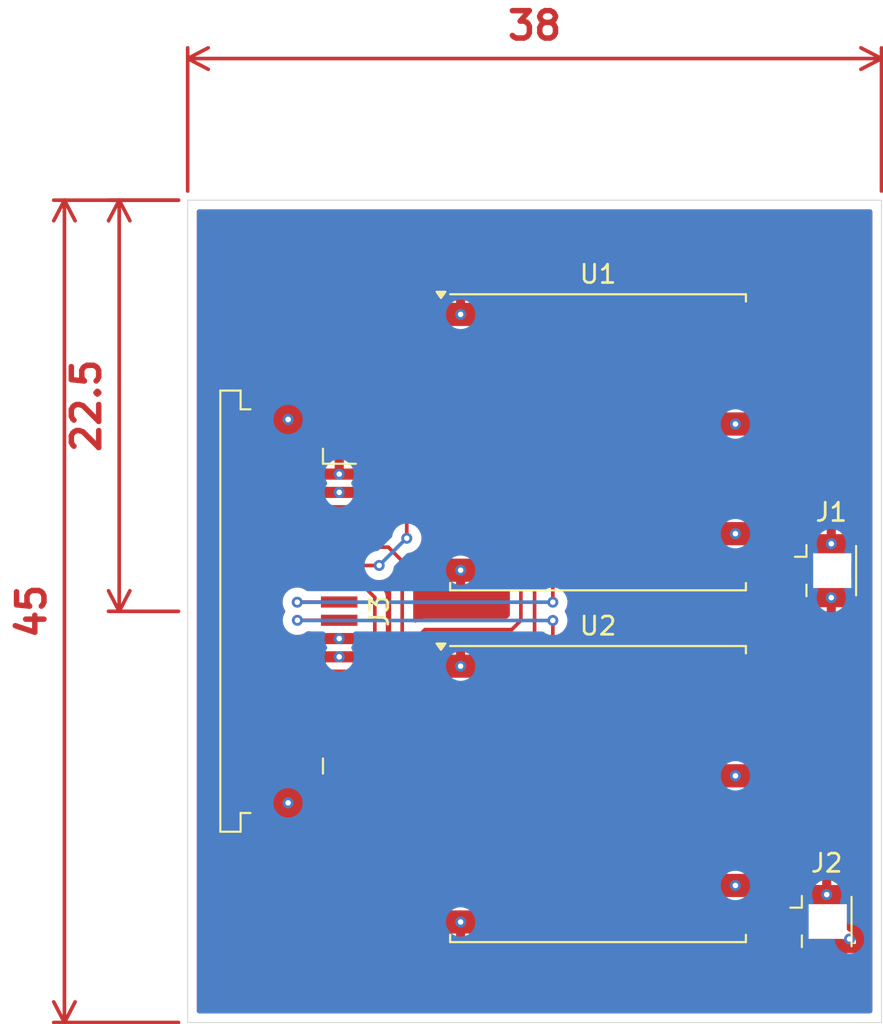
<source format=kicad_pcb>
(kicad_pcb (version 20241229) (generator "pcbnew") (generator_version "9.0")
  (layers (0 "F.Cu" signal) (4 "In1.Cu" signal) (6 "In2.Cu" signal) (2 "B.Cu" signal) (13 "F.Paste" user) (15 "B.Paste" user) (5 "F.SilkS" user "F.Silkscreen") (7 "B.SilkS" user "B.Silkscreen") (1 "F.Mask" user) (3 "B.Mask" user) (25 "Edge.Cuts" user))
  (net 0 "")
  (net 1 "GND")
  (net 2 "CS1")
  (net 5 "SCK")
  (net 6 "MISO")
  (net 9 "+3.3V")
  (net 10 "IRQ1")
  (net 11 "MOSI")
  (net 20 "CS2")
  (net 21 "IRQ2")
  (net 27 "ANT1")
  (net 28 "ANT2")
  (footprint "Connector_FFC-FPC:TE_1-84952-6_1x16-1MP_P1.0mm_Horizontal" (layer "F.Cu") (at 108 89.49 -90)
    (property "Reference" "J3" (at 0 -4 90) (layer "F.SilkS"))
    (property "Value" "Conn_01x16_Pin")
    (fp_line (start -12.07 4.71) (end -12.07 3.6) (stroke (width 0.12)) (layer "F.SilkS"))
    (fp_line (start 12.07 4.71) (end -12.07 4.71) (stroke (width 0.12)) (layer "F.SilkS"))
    (fp_line (start -12.07 3.6) (end -11.045 3.6) (stroke (width 0.12)) (layer "F.SilkS"))
    (fp_line (start -11.045 3.6) (end -11.045 3.06) (stroke (width 0.12)) (layer "F.SilkS"))
    (fp_line (start 11.045 3.6) (end 12.07 3.6) (stroke (width 0.12)) (layer "F.SilkS"))
    (fp_line (start 12.07 3.6) (end 12.07 4.71) (stroke (width 0.12)) (layer "F.SilkS"))
    (fp_line (start 11.045 3.06) (end 11.045 3.6) (stroke (width 0.12)) (layer "F.SilkS"))
    (fp_line (start -8.89 -0.91) (end -8.065 -0.91) (stroke (width 0.12)) (layer "F.SilkS"))
    (fp_line (start -8.065 -0.91) (end -8.065 -2.71) (stroke (width 0.12)) (layer "F.SilkS"))
    (fp_line (start 8.065 -0.91) (end 8.89 -0.91) (stroke (width 0.12)) (layer "F.SilkS"))
    (pad "1" smd rect (at -7.5 -1.8 270) (size 0.61 2) (layers "F.Cu" "F.Mask" "F.Paste") (net 1 "GND"))
    (pad "2" smd rect (at -6.5 -1.8 270) (size 0.61 2) (layers "F.Cu" "F.Mask" "F.Paste") (net 9 "+3.3V"))
    (pad "3" smd rect (at -5.5 -1.8 270) (size 0.61 2) (layers "F.Cu" "F.Mask" "F.Paste") (net 6 "MISO"))
    (pad "4" smd rect (at -4.5 -1.8 270) (size 0.61 2) (layers "F.Cu" "F.Mask" "F.Paste") (net 11 "MOSI"))
    (pad "5" smd rect (at -3.5 -1.8 270) (size 0.61 2) (layers "F.Cu" "F.Mask" "F.Paste") (net 5 "SCK"))
    (pad "6" smd rect (at -2.5 -1.8 270) (size 0.61 2) (layers "F.Cu" "F.Mask" "F.Paste") (net 2 "CS1"))
    (pad "7" smd rect (at -1.5 -1.8 270) (size 0.61 2) (layers "F.Cu" "F.Mask" "F.Paste") (net 20 "CS2"))
    (pad "8" smd rect (at -0.5 -1.8 270) (size 0.61 2) (layers "F.Cu" "F.Mask" "F.Paste") (net 10 "IRQ1"))
    (pad "9" smd rect (at 0.5 -1.8 270) (size 0.61 2) (layers "F.Cu" "F.Mask" "F.Paste") (net 21 "IRQ2"))
    (pad "10" smd rect (at 1.5 -1.8 270) (size 0.61 2) (layers "F.Cu" "F.Mask" "F.Paste") (net 1 "GND"))
    (pad "11" smd rect (at 2.5 -1.8 270) (size 0.61 2) (layers "F.Cu" "F.Mask" "F.Paste") (net 9 "+3.3V"))
    (pad "12" smd rect (at 3.5 -1.8 270) (size 0.61 2) (layers "F.Cu" "F.Mask" "F.Paste"))
    (pad "13" smd rect (at 4.5 -1.8 270) (size 0.61 2) (layers "F.Cu" "F.Mask" "F.Paste"))
    (pad "14" smd rect (at 5.5 -1.8 270) (size 0.61 2) (layers "F.Cu" "F.Mask" "F.Paste"))
    (pad "15" smd rect (at 6.5 -1.8 270) (size 0.61 2) (layers "F.Cu" "F.Mask" "F.Paste"))
    (pad "16" smd rect (at 7.5 -1.8 270) (size 0.61 2) (layers "F.Cu" "F.Mask" "F.Paste"))
    (pad "MP" smd rect (at -10.49 1 270) (size 2.68 3.6) (layers "F.Cu" "F.Mask" "F.Paste"))
    (pad "MP" smd rect (at 10.49 1 270) (size 2.68 3.6) (layers "F.Cu" "F.Mask" "F.Paste"))
  )
  (footprint "RF_Module:HOPERF_RFM9XW_SMD" (layer "F.Cu") (at 123.975 80.25)
    (property "Reference" "U1" (at 0 -9.2 0) (layer "F.SilkS"))
    (property "Value" "RFM69HCW")
    (fp_line (start -8.1 -8.1) (end 8.1 -8.1) (stroke (width 0.12)) (layer "F.SilkS"))
    (fp_line (start -8.1 7.7) (end -8.1 8.1) (stroke (width 0.12)) (layer "F.SilkS"))
    (fp_line (start -8.1 8.1) (end 8.1 8.1) (stroke (width 0.12)) (layer "F.SilkS"))
    (fp_line (start 8.1 -8.1) (end 8.1 -7.7) (stroke (width 0.12)) (layer "F.SilkS"))
    (fp_line (start 8.1 8.1) (end 8.1 7.7) (stroke (width 0.12)) (layer "F.SilkS"))
    (fp_poly (pts (xy -8.6 -7.9) (xy -8.84 -8.236) (xy -8.36 -8.236) (xy -8.6 -7.9)) (stroke (width 0.12)) (fill yes) (layer "F.SilkS"))
    (pad "1" smd roundrect (at -7.525 -7) (size 2.95 1.27) (layers "F.Cu" "F.Mask" "F.Paste") (net 1 "GND"))
    (pad "2" smd roundrect (at -7.525 -5) (size 2.95 1.27) (layers "F.Cu" "F.Mask" "F.Paste") (net 6 "MISO"))
    (pad "3" smd roundrect (at -7.525 -3) (size 2.95 1.27) (layers "F.Cu" "F.Mask" "F.Paste") (net 11 "MOSI"))
    (pad "4" smd roundrect (at -7.525 -1) (size 2.95 1.27) (layers "F.Cu" "F.Mask" "F.Paste") (net 5 "SCK"))
    (pad "5" smd roundrect (at -7.525 1) (size 2.95 1.27) (layers "F.Cu" "F.Mask" "F.Paste") (net 2 "CS1"))
    (pad "6" smd roundrect (at -7.525 3) (size 2.95 1.27) (layers "F.Cu" "F.Mask" "F.Paste"))
    (pad "7" smd roundrect (at -7.525 5) (size 2.95 1.27) (layers "F.Cu" "F.Mask" "F.Paste"))
    (pad "8" smd roundrect (at -7.525 7) (size 2.95 1.27) (layers "F.Cu" "F.Mask" "F.Paste") (net 1 "GND"))
    (pad "9" smd roundrect (at 7.525 7) (size 2.95 1.27) (layers "F.Cu" "F.Mask" "F.Paste") (net 27 "ANT1"))
    (pad "10" smd roundrect (at 7.525 5) (size 2.95 1.27) (layers "F.Cu" "F.Mask" "F.Paste") (net 1 "GND"))
    (pad "11" smd roundrect (at 7.525 3) (size 2.95 1.27) (layers "F.Cu" "F.Mask" "F.Paste"))
    (pad "12" smd roundrect (at 7.525 1) (size 2.95 1.27) (layers "F.Cu" "F.Mask" "F.Paste"))
    (pad "13" smd roundrect (at 7.525 -1) (size 2.95 1.27) (layers "F.Cu" "F.Mask" "F.Paste") (net 9 "+3.3V"))
    (pad "14" smd roundrect (at 7.525 -3) (size 2.95 1.27) (layers "F.Cu" "F.Mask" "F.Paste") (net 10 "IRQ1"))
    (pad "15" smd roundrect (at 7.525 -5) (size 2.95 1.27) (layers "F.Cu" "F.Mask" "F.Paste"))
    (pad "16" smd roundrect (at 7.525 -7) (size 2.95 1.27) (layers "F.Cu" "F.Mask" "F.Paste"))
  )
  (footprint "Connector_Coaxial:U.FL_Hirose_U.FL-R-SMT-1_Vertical" (layer "F.Cu") (at 136.275 87.275)
    (property "Reference" "J1" (at 0.475 -3.2 0) (layer "F.SilkS"))
    (property "Value" "Conn_Coaxial_Small" (hide yes))
    (fp_line (start -0.885 -1.4) (end -0.885 -0.76) (stroke (width 0.12)) (layer "F.SilkS"))
    (fp_line (start -0.885 -0.76) (end -1.515 -0.76) (stroke (width 0.12)) (layer "F.SilkS"))
    (fp_line (start -0.885 1.4) (end -0.885 0.76) (stroke (width 0.12)) (layer "F.SilkS"))
    (fp_line (start 1.835 -1.35) (end 1.835 1.35) (stroke (width 0.12)) (layer "F.SilkS"))
    (pad "1" smd roundrect (at -1.05 0) (size 1.05 1) (layers "F.Cu" "F.Mask" "F.Paste") (net 27 "ANT1"))
    (pad "2" smd roundrect (at 0.475 -1.475) (size 2.2 1.05) (layers "F.Cu" "F.Mask" "F.Paste") (roundrect_rratio 0.2380952381) (net 1 "GND"))
    (pad "2" smd roundrect (at 0.475 1.475) (size 2.2 1.05) (layers "F.Cu" "F.Mask" "F.Paste") (roundrect_rratio 0.2380952381) (net 1 "GND"))
    (zone (net 0) (net_name "") (layers "F.Cu" "B.Cu" "In1.Cu" "In2.Cu") (connect_pads (clearance 0)) (min_thickness 0.25)
      (keepout (tracks not_allowed) (vias not_allowed) (pads not_allowed) (copperpour not_allowed) (footprints allowed))
      (fill (thermal_gap 0.5) (thermal_bridge_width 0.5))
      (polygon (pts (xy 137.85 86.325) (xy 135.76 86.325) (xy 135.76 88.225) (xy 137.85 88.225)))
    )
  )
  (footprint "RF_Module:HOPERF_RFM9XW_SMD" (layer "F.Cu") (at 123.975 99.5)
    (property "Reference" "U2" (at 0 -9.2 0) (layer "F.SilkS"))
    (property "Value" "RFM69HCW")
    (fp_line (start -8.1 -8.1) (end 8.1 -8.1) (stroke (width 0.12)) (layer "F.SilkS"))
    (fp_line (start -8.1 7.7) (end -8.1 8.1) (stroke (width 0.12)) (layer "F.SilkS"))
    (fp_line (start -8.1 8.1) (end 8.1 8.1) (stroke (width 0.12)) (layer "F.SilkS"))
    (fp_line (start 8.1 -8.1) (end 8.1 -7.7) (stroke (width 0.12)) (layer "F.SilkS"))
    (fp_line (start 8.1 8.1) (end 8.1 7.7) (stroke (width 0.12)) (layer "F.SilkS"))
    (fp_poly (pts (xy -8.6 -7.9) (xy -8.84 -8.236) (xy -8.36 -8.236) (xy -8.6 -7.9)) (stroke (width 0.12)) (fill yes) (layer "F.SilkS"))
    (pad "1" smd roundrect (at -7.525 -7) (size 2.95 1.27) (layers "F.Cu" "F.Mask" "F.Paste") (net 1 "GND"))
    (pad "2" smd roundrect (at -7.525 -5) (size 2.95 1.27) (layers "F.Cu" "F.Mask" "F.Paste") (net 6 "MISO"))
    (pad "3" smd roundrect (at -7.525 -3) (size 2.95 1.27) (layers "F.Cu" "F.Mask" "F.Paste") (net 11 "MOSI"))
    (pad "4" smd roundrect (at -7.525 -1) (size 2.95 1.27) (layers "F.Cu" "F.Mask" "F.Paste") (net 5 "SCK"))
    (pad "5" smd roundrect (at -7.525 1) (size 2.95 1.27) (layers "F.Cu" "F.Mask" "F.Paste") (net 20 "CS2"))
    (pad "6" smd roundrect (at -7.525 3) (size 2.95 1.27) (layers "F.Cu" "F.Mask" "F.Paste"))
    (pad "7" smd roundrect (at -7.525 5) (size 2.95 1.27) (layers "F.Cu" "F.Mask" "F.Paste"))
    (pad "8" smd roundrect (at -7.525 7) (size 2.95 1.27) (layers "F.Cu" "F.Mask" "F.Paste") (net 1 "GND"))
    (pad "9" smd roundrect (at 7.525 7) (size 2.95 1.27) (layers "F.Cu" "F.Mask" "F.Paste") (net 28 "ANT2"))
    (pad "10" smd roundrect (at 7.525 5) (size 2.95 1.27) (layers "F.Cu" "F.Mask" "F.Paste") (net 1 "GND"))
    (pad "11" smd roundrect (at 7.525 3) (size 2.95 1.27) (layers "F.Cu" "F.Mask" "F.Paste"))
    (pad "12" smd roundrect (at 7.525 1) (size 2.95 1.27) (layers "F.Cu" "F.Mask" "F.Paste"))
    (pad "13" smd roundrect (at 7.525 -1) (size 2.95 1.27) (layers "F.Cu" "F.Mask" "F.Paste") (net 9 "+3.3V"))
    (pad "14" smd roundrect (at 7.525 -3) (size 2.95 1.27) (layers "F.Cu" "F.Mask" "F.Paste") (net 21 "IRQ2"))
    (pad "15" smd roundrect (at 7.525 -5) (size 2.95 1.27) (layers "F.Cu" "F.Mask" "F.Paste"))
    (pad "16" smd roundrect (at 7.525 -7) (size 2.95 1.27) (layers "F.Cu" "F.Mask" "F.Paste"))
  )
  (footprint "Connector_Coaxial:U.FL_Hirose_U.FL-R-SMT-1_Vertical" (layer "F.Cu") (at 136.025 106.475)
    (property "Reference" "J2" (at 0.475 -3.2 0) (layer "F.SilkS"))
    (property "Value" "Conn_Coaxial_Small" (hide yes))
    (fp_line (start -0.885 -1.4) (end -0.885 -0.76) (stroke (width 0.12)) (layer "F.SilkS"))
    (fp_line (start -0.885 -0.76) (end -1.515 -0.76) (stroke (width 0.12)) (layer "F.SilkS"))
    (fp_line (start -0.885 1.4) (end -0.885 0.76) (stroke (width 0.12)) (layer "F.SilkS"))
    (fp_line (start 1.835 -1.35) (end 1.835 1.35) (stroke (width 0.12)) (layer "F.SilkS"))
    (pad "1" smd roundrect (at -1.05 0) (size 1.05 1) (layers "F.Cu" "F.Mask" "F.Paste") (net 28 "ANT2"))
    (pad "2" smd roundrect (at 0.475 -1.475) (size 2.2 1.05) (layers "F.Cu" "F.Mask" "F.Paste") (roundrect_rratio 0.2380952381) (net 1 "GND"))
    (pad "2" smd roundrect (at 0.475 1.475) (size 2.2 1.05) (layers "F.Cu" "F.Mask" "F.Paste") (roundrect_rratio 0.2380952381) (net 1 "GND"))
    (zone (net 0) (net_name "") (layers "F.Cu" "B.Cu" "In1.Cu" "In2.Cu") (connect_pads (clearance 0)) (min_thickness 0.25)
      (keepout (tracks not_allowed) (vias not_allowed) (pads not_allowed) (copperpour not_allowed) (footprints allowed))
      (fill (thermal_gap 0.5) (thermal_bridge_width 0.5))
      (polygon (pts (xy 137.6 105.525) (xy 135.51 105.525) (xy 135.51 107.425) (xy 137.6 107.425)))
    )
  )
  (gr_rect (start 101.5 67) (end 139.5 112) (stroke (width 0.05)) (fill no) (layer "Edge.Cuts"))
  (dimension (type orthogonal) (layer "F.Cu") (pts (xy 101.5 67) (xy 101.5 89.5)) (height -3.75) (orientation 1) (format (prefix "") (suffix "") (units 3) (units_format 0) (precision 4) (suppress_zeroes yes)) (style (thickness 0.2) (arrow_length 1.27) (text_position_mode 0) (arrow_direction outward) (extension_height 0.58642) (extension_offset 0.5) (keep_text_aligned yes)) (gr_text "22.5" (at 95.95 78.25 90) (layer "F.Cu") (effects (font (size 1.5 1.5) (thickness 0.3)))))
  (dimension (type orthogonal) (layer "F.Cu") (pts (xy 101.5 67) (xy 139.5 67)) (height -7.75) (orientation 0) (format (prefix "") (suffix "") (units 3) (units_format 0) (precision 4) (suppress_zeroes yes)) (style (thickness 0.2) (arrow_length 1.27) (text_position_mode 0) (arrow_direction outward) (extension_height 0.58642) (extension_offset 0.5) (keep_text_aligned yes)) (gr_text "38" (at 120.5 57.45 0) (layer "F.Cu") (effects (font (size 1.5 1.5) (thickness 0.3)))))
  (dimension (type orthogonal) (layer "F.Cu") (pts (xy 101.5 67) (xy 101.5 112)) (height -6.75) (orientation 1) (format (prefix "") (suffix "") (units 3) (units_format 0) (precision 4) (suppress_zeroes yes)) (style (thickness 0.2) (arrow_length 1.27) (text_position_mode 0) (arrow_direction outward) (extension_height 0.58642) (extension_offset 0.5) (keep_text_aligned yes)) (gr_text "45" (at 92.95 89.5 90) (layer "F.Cu") (effects (font (size 1.5 1.5) (thickness 0.3)))))
  (via (at 107 79) (size 0.6) (drill 0.3) (layers "F.Cu" "B.Cu") (net 0))
  (via (at 107 99.98) (size 0.6) (drill 0.3) (layers "F.Cu" "B.Cu") (net 0))
  (via (at 107 79) (size 0.6) (drill 0.3) (layers "F.Cu" "B.Cu") (net 0))
  (via (at 116.45 92.5) (size 0.6) (drill 0.3) (layers "F.Cu" "B.Cu") (net 1))
  (via (at 136.5 105) (size 0.6) (drill 0.3) (layers "F.Cu" "B.Cu") (net 1))
  (via (at 116.45 73.25) (size 0.6) (drill 0.3) (layers "F.Cu" "B.Cu") (net 1))
  (via (at 137.75 107.43) (size 0.6) (drill 0.3) (layers "F.Cu" "B.Cu") (net 1))
  (via (at 109.8 90.99) (size 0.6) (drill 0.3) (layers "F.Cu" "B.Cu") (net 1))
  (via (at 131.5 85.25) (size 0.6) (drill 0.3) (layers "F.Cu" "B.Cu") (net 1))
  (via (at 109.8 81.99) (size 0.6) (drill 0.3) (layers "F.Cu" "B.Cu") (net 1))
  (via (at 136.75 88.75) (size 0.6) (drill 0.3) (layers "F.Cu" "B.Cu") (net 1))
  (via (at 116.45 87.25) (size 0.6) (drill 0.3) (layers "F.Cu" "B.Cu") (net 1))
  (via (at 131.5 104.5) (size 0.6) (drill 0.3) (layers "F.Cu" "B.Cu") (net 1))
  (via (at 136.75 85.8) (size 0.6) (drill 0.3) (layers "F.Cu" "B.Cu") (net 1))
  (via (at 116.45 106.5) (size 0.6) (drill 0.3) (layers "F.Cu" "B.Cu") (net 1))
  (segment (start 109.8 86.99) (end 111.99 86.99) (width 0.2) (layer "F.Cu") (net 2))
  (segment (start 113.5 82.75) (end 113.5 83.75) (width 0.2) (layer "F.Cu") (net 2))
  (segment (start 116.45 81.25) (end 115 81.25) (width 0.2) (layer "F.Cu") (net 2))
  (segment (start 115 81.25) (end 113.5 82.75) (width 0.2) (layer "F.Cu") (net 2))
  (segment (start 113.5 83.75) (end 113.5 85.5) (width 0.2) (layer "F.Cu") (net 2))
  (via (at 111.99 86.99) (size 0.6) (drill 0.3) (layers "F.Cu" "B.Cu") (net 2))
  (via (at 113.5 85.5) (size 0.6) (drill 0.3) (layers "F.Cu" "B.Cu") (net 2))
  (segment (start 113.48 85.5) (end 111.99 86.99) (width 0.2) (layer "B.Cu") (net 2))
  (segment (start 113.5 85.5) (end 113.48 85.5) (width 0.2) (layer "B.Cu") (net 2))
  (segment (start 113.25 86.75) (end 112.49 85.99) (width 0.2) (layer "F.Cu") (net 5))
  (segment (start 116.45 98.5) (end 114.975 98.5) (width 0.2) (layer "F.Cu") (net 5))
  (segment (start 116.45 79.25) (end 114.975 79.25) (width 0.2) (layer "F.Cu") (net 5))
  (segment (start 112.802 83.948) (end 110.76 85.99) (width 0.2) (layer "F.Cu") (net 5))
  (segment (start 113.25 96.775) (end 113.25 86.75) (width 0.2) (layer "F.Cu") (net 5))
  (segment (start 114.975 98.5) (end 113.25 96.775) (width 0.2) (layer "F.Cu") (net 5))
  (segment (start 110.76 85.99) (end 109.8 85.99) (width 0.2) (layer "F.Cu") (net 5))
  (segment (start 114.975 79.25) (end 112.802 81.423) (width 0.2) (layer "F.Cu") (net 5))
  (segment (start 112.49 85.99) (end 109.8 85.99) (width 0.2) (layer "F.Cu") (net 5))
  (segment (start 112.802 81.423) (end 112.802 83.948) (width 0.2) (layer "F.Cu") (net 5))
  (segment (start 112 83.5) (end 111.51 83.99) (width 0.2) (layer "F.Cu") (net 6))
  (segment (start 116.100308 75.25) (end 112 79.350308) (width 0.2) (layer "F.Cu") (net 6))
  (segment (start 116.45 94.5) (end 117.925 94.5) (width 0.2) (layer "F.Cu") (net 6))
  (segment (start 116.45 75.25) (end 116.100308 75.25) (width 0.2) (layer "F.Cu") (net 6))
  (segment (start 120.5 91.925) (end 120.5 77.825) (width 0.2) (layer "F.Cu") (net 6))
  (segment (start 117.925 75.25) (end 116.45 75.25) (width 0.2) (layer "F.Cu") (net 6))
  (segment (start 111.51 83.99) (end 109.8 83.99) (width 0.2) (layer "F.Cu") (net 6))
  (segment (start 112 79.350308) (end 112 83.5) (width 0.2) (layer "F.Cu") (net 6))
  (segment (start 120.5 77.825) (end 117.925 75.25) (width 0.2) (layer "F.Cu") (net 6))
  (segment (start 117.925 94.5) (end 120.5 91.925) (width 0.2) (layer "F.Cu") (net 6))
  (via (at 131.5 98.5) (size 0.6) (drill 0.3) (layers "F.Cu" "B.Cu") (net 9))
  (via (at 109.8 82.99) (size 0.6) (drill 0.3) (layers "F.Cu" "B.Cu") (net 9))
  (via (at 109.8 91.99) (size 0.6) (drill 0.3) (layers "F.Cu" "B.Cu") (net 9))
  (via (at 131.5 79.25) (size 0.6) (drill 0.3) (layers "F.Cu" "B.Cu") (net 9))
  (segment (start 109.8 88.99) (end 107.51 88.99) (width 0.2) (layer "F.Cu") (net 10))
  (segment (start 121.5 86.75) (end 121.5 89) (width 0.2) (layer "F.Cu") (net 10))
  (segment (start 131.5 77.25) (end 131 77.25) (width 0.2) (layer "F.Cu") (net 10))
  (segment (start 131 77.25) (end 121.5 86.75) (width 0.2) (layer "F.Cu") (net 10))
  (segment (start 107.51 88.99) (end 107.5 89) (width 0.2) (layer "F.Cu") (net 10))
  (via (at 121.5 89) (size 0.6) (drill 0.3) (layers "F.Cu" "B.Cu") (net 10))
  (via (at 107.5 89) (size 0.6) (drill 0.3) (layers "F.Cu" "B.Cu") (net 10))
  (segment (start 121.5 89) (end 107.5 89) (width 0.2) (layer "B.Cu") (net 10))
  (segment (start 114 91) (end 114.5 90.5) (width 0.2) (layer "F.Cu") (net 11))
  (segment (start 112.401 83.6661) (end 111.0771 84.99) (width 0.2) (layer "F.Cu") (net 11))
  (segment (start 116.45 77.25) (end 114.975 77.25) (width 0.2) (layer "F.Cu") (net 11))
  (segment (start 118.75 77.25) (end 116.45 77.25) (width 0.2) (layer "F.Cu") (net 11))
  (segment (start 112.401 79.824) (end 112.401 83.6661) (width 0.2) (layer "F.Cu") (net 11))
  (segment (start 114 95.525) (end 114 91) (width 0.2) (layer "F.Cu") (net 11))
  (segment (start 114.5 90.5) (end 119.25 90.5) (width 0.2) (layer "F.Cu") (net 11))
  (segment (start 119.25 90.5) (end 119.75 90) (width 0.2) (layer "F.Cu") (net 11))
  (segment (start 116.45 96.5) (end 114.975 96.5) (width 0.2) (layer "F.Cu") (net 11))
  (segment (start 114.975 77.25) (end 112.401 79.824) (width 0.2) (layer "F.Cu") (net 11))
  (segment (start 119.75 90) (end 119.75 78.25) (width 0.2) (layer "F.Cu") (net 11))
  (segment (start 119.75 78.25) (end 118.75 77.25) (width 0.2) (layer "F.Cu") (net 11))
  (segment (start 114.975 96.5) (end 114 95.525) (width 0.2) (layer "F.Cu") (net 11))
  (segment (start 111.0771 84.99) (end 109.8 84.99) (width 0.2) (layer "F.Cu") (net 11))
  (segment (start 111.75 97.275) (end 111.75 88.74) (width 0.2) (layer "F.Cu") (net 20))
  (segment (start 111 87.99) (end 109.8 87.99) (width 0.2) (layer "F.Cu") (net 20))
  (segment (start 114.975 100.5) (end 111.75 97.275) (width 0.2) (layer "F.Cu") (net 20))
  (segment (start 111.75 88.74) (end 111 87.99) (width 0.2) (layer "F.Cu") (net 20))
  (segment (start 116.45 100.5) (end 114.975 100.5) (width 0.2) (layer "F.Cu") (net 20))
  (segment (start 122 94.5) (end 121.5 94) (width 0.2) (layer "F.Cu") (net 21))
  (segment (start 121.5 94) (end 121.5 90) (width 0.2) (layer "F.Cu") (net 21))
  (segment (start 131.5 96.5) (end 124 96.5) (width 0.2) (layer "F.Cu") (net 21))
  (segment (start 124 96.5) (end 122 94.5) (width 0.2) (layer "F.Cu") (net 21))
  (segment (start 109.8 89.99) (end 107.51 89.99) (width 0.2) (layer "F.Cu") (net 21))
  (via (at 107.51 89.99) (size 0.6) (drill 0.3) (layers "F.Cu" "B.Cu") (net 21))
  (via (at 121.5 90) (size 0.6) (drill 0.3) (layers "F.Cu" "B.Cu") (net 21))
  (segment (start 121.5 90) (end 107.52 90) (width 0.2) (layer "B.Cu") (net 21))
  (segment (start 107.52 90) (end 107.51 89.99) (width 0.2) (layer "B.Cu") (net 21))
  (segment (start 130.25 87.25) (end 135.2 87.25) (width 0.2) (layer "F.Cu") (net 27))
  (segment (start 135.2 87.25) (end 135.225 87.275) (width 0.2) (layer "F.Cu") (net 27))
  (segment (start 131.5 106.5) (end 134.95 106.5) (width 0.2) (layer "F.Cu") (net 28))
  (segment (start 134.95 106.5) (end 134.975 106.475) (width 0.2) (layer "F.Cu") (net 28))
  (zone (net 1) (net_name "GND") (layer "F.Cu") (connect_pads (clearance 0.5)) (min_thickness 0.25) (fill yes (thermal_gap 0.5) (thermal_bridge_width 0.5) (island_removal_mode 1) (island_area_min 10))
    (polygon (pts (xy 101.5 112) (xy 139.5 112) (xy 139.5 67) (xy 101.5 67)))
  )
  (zone (net 0) (net_name "") (layer "B.Cu") (priority 3) (connect_pads (clearance 0.5)) (min_thickness 0.25) (fill yes (thermal_gap 0.5) (thermal_bridge_width 0.5) (island_removal_mode 1) (island_area_min 10))
    (polygon (pts (xy 101.5 112) (xy 139.5 112) (xy 139.5 67) (xy 101.5 67)))
  )
)
</source>
